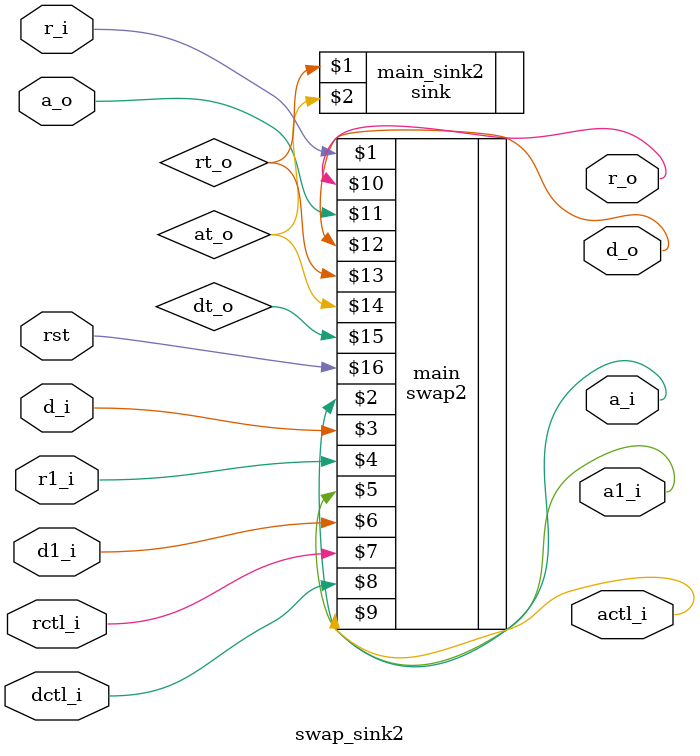
<source format=sv>
`ifndef __swap_sink2

`include "swap2.sv"
`include "../active/sink.sv"

(* keep_hierarchy *)
module swap_sink2 #(
    parameter Rpol = 1'b0, // reset polarity (rst=rpol => reset)

    parameter N = 32'b1,

    parameter NATIVE = 1'b1 // don't optimize
  ) (
  input r_i,
  output a_i,
  input [N-1:0] d_i,

  input r1_i,
  output a1_i,
  input [N-1:0] d1_i,

  input rctl_i,
  input dctl_i,
  output actl_i,

  output r_o,
  input a_o,
  output [N-1:0] d_o,

  input rst);

  wire rt_o, at_o, dt_o;

  swap2 #(.Rpol(Rpol), .N(N), .NATIVE(NATIVE)) main (
    r_i, a_i, d_i,
    r1_i, a1_i, d1_i,
    rctl_i, dctl_i, actl_i,
    r_o, a_o, d_o,
    rt_o, at_o, dt_o,
    rst
    );

  sink main_sink2 (
    rt_o, at_o
    );

endmodule

`define __swap_sink2
`endif

</source>
